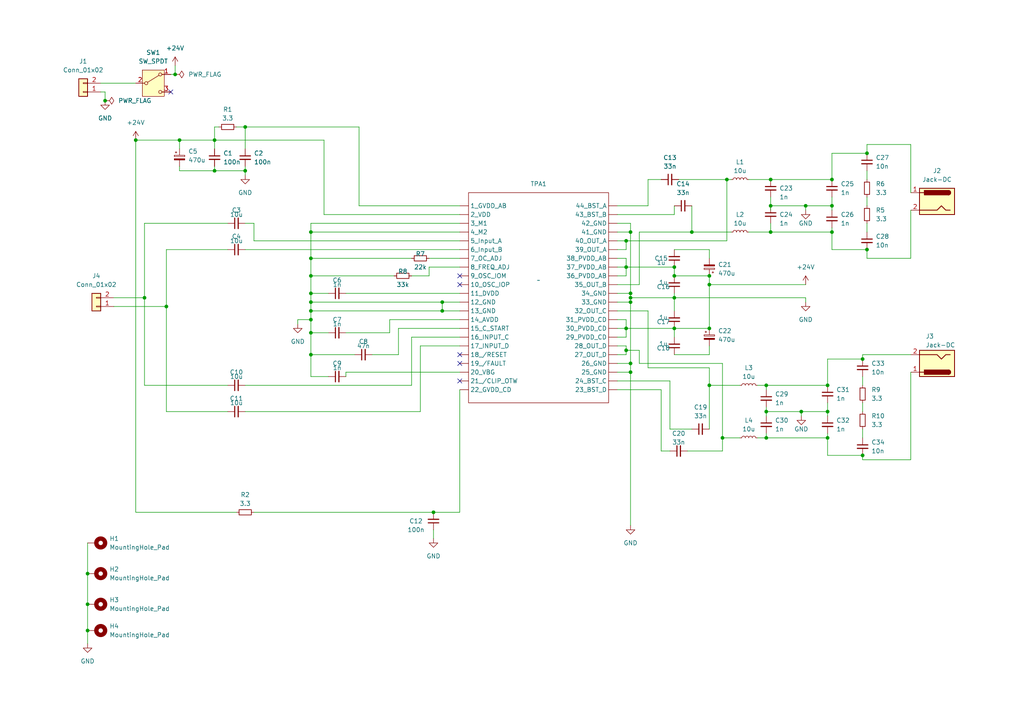
<source format=kicad_sch>
(kicad_sch (version 20250114) (generator "eeschema") (generator_version "9.0")
  (paper "A4")
  (title_block (title "Partie amplificateur") (company "ENSEA") (comment 1 "CAILLAUD Paul"))
  (lib_symbols
    (symbol "+24V_1" (power) (pin_numbers (hide yes)) (pin_names (offset 0) (hide yes))
      (property "Value" "+24V" (at 0 3.556 0))
      (symbol "+24V_1_0_1"
        (polyline (pts (xy -0.762 1.27) (xy 0 2.54)))
        (polyline (pts (xy 0 2.54) (xy 0.762 1.27)))
        (polyline (pts (xy 0 0) (xy 0 2.54)))
      )
      (symbol "+24V_1_1_1"
        (pin power_in line (at 0 0 90) (length 0) (name "~") (number "1"))
      )
    )
    (symbol "Connector:Jack-DC" (pin_names (offset 1.016))
      (property "Reference" "J" (at 0 5.334 0))
      (property "Value" "Jack-DC" (at 0 -5.08 0))
      (symbol "Jack-DC_0_1"
        (rectangle (start -5.08 3.81) (end 5.08 -3.81) (stroke (width 0.254)) (fill (type background)))
        (polyline (pts (xy -3.81 -2.54) (xy -2.54 -2.54) (xy -1.27 -1.27) (xy 0 -2.54) (xy 2.54 -2.54) (xy 5.08 -2.54)) (stroke (width 0.254)))
        (arc (start -3.302 1.905) (mid -3.9343 2.54) (end -3.302 3.175) (stroke (width 0.254)))
        (arc (start -3.302 1.905) (mid -3.9343 2.54) (end -3.302 3.175) (stroke (width 0.254)) (fill (type outline)))
        (rectangle (start 3.683 3.175) (end -3.302 1.905) (stroke (width 0.254)) (fill (type outline)))
        (polyline (pts (xy 5.08 2.54) (xy 3.81 2.54)) (stroke (width 0.254)))
      )
      (symbol "Jack-DC_1_1"
        (pin passive line (at 7.62 2.54 180) (length 2.54) (name "~") (number "1"))
        (pin passive line (at 7.62 -2.54 180) (length 2.54) (name "~") (number "2"))
      )
    )
    (symbol "Connector_Generic:Conn_01x02" (pin_names (offset 1.016) (hide yes))
      (property "Reference" "J" (at 0 2.54 0))
      (property "Value" "Conn_01x02" (at 0 -5.08 0))
      (symbol "Conn_01x02_1_1"
        (rectangle (start -1.27 1.27) (end 1.27 -3.81) (stroke (width 0.254)) (fill (type background)))
        (rectangle (start -1.27 0.127) (end 0 -0.127) (stroke (width 0.1524)))
        (rectangle (start -1.27 -2.413) (end 0 -2.667) (stroke (width 0.1524)))
        (pin passive line (at -5.08 0 0) (length 3.81) (name "Pin_1") (number "1"))
        (pin passive line (at -5.08 -2.54 0) (length 3.81) (name "Pin_2") (number "2"))
      )
    )
    (symbol "Device:C_Polarized_Small" (pin_numbers (hide yes)) (pin_names (offset 0.254) (hide yes))
      (property "Reference" "C" (at 0.254 1.778 0))
      (property "Value" "C_Polarized_Small" (at 0.254 -2.032 0))
      (symbol "C_Polarized_Small_0_1"
        (rectangle (start -1.524 0.6858) (end 1.524 0.3048))
        (rectangle (start -1.524 -0.3048) (end 1.524 -0.6858) (fill (type outline)))
        (polyline (pts (xy -1.27 1.524) (xy -0.762 1.524)))
        (polyline (pts (xy -1.016 1.27) (xy -1.016 1.778)))
      )
      (symbol "C_Polarized_Small_1_1"
        (pin passive line (at 0 2.54 270) (length 1.8542) (name "~") (number "1"))
        (pin passive line (at 0 -2.54 90) (length 1.8542) (name "~") (number "2"))
      )
    )
    (symbol "Device:C_Small" (pin_numbers (hide yes)) (pin_names (offset 0.254) (hide yes))
      (property "Reference" "C" (at 0.254 1.778 0))
      (property "Value" "C_Small" (at 0.254 -2.032 0))
      (symbol "C_Small_0_1"
        (polyline (pts (xy -1.524 0.508) (xy 1.524 0.508)) (stroke (width 0.3048)))
        (polyline (pts (xy -1.524 -0.508) (xy 1.524 -0.508)) (stroke (width 0.3302)))
      )
      (symbol "C_Small_1_1"
        (pin passive line (at 0 2.54 270) (length 2.032) (name "~") (number "1"))
        (pin passive line (at 0 -2.54 90) (length 2.032) (name "~") (number "2"))
      )
    )
    (symbol "Device:L_Small" (pin_numbers (hide yes)) (pin_names (offset 0.254) (hide yes))
      (property "Reference" "L" (at 0.762 1.016 0))
      (property "Value" "L_Small" (at 0.762 -1.016 0))
      (symbol "L_Small_0_1"
        (arc (start 0 2.032) (mid 0.5058 1.524) (end 0 1.016))
        (arc (start 0 1.016) (mid 0.5058 0.508) (end 0 0))
        (arc (start 0 0) (mid 0.5058 -0.508) (end 0 -1.016))
        (arc (start 0 -1.016) (mid 0.5058 -1.524) (end 0 -2.032))
      )
      (symbol "L_Small_1_1"
        (pin passive line (at 0 2.54 270) (length 0.508) (name "~") (number "1"))
        (pin passive line (at 0 -2.54 90) (length 0.508) (name "~") (number "2"))
      )
    )
    (symbol "Device:R_Small" (pin_numbers (hide yes)) (pin_names (offset 0.254) (hide yes))
      (property "Reference" "R" (at 0.762 0.508 0))
      (property "Value" "R_Small" (at 0.762 -1.016 0))
      (symbol "R_Small_0_1"
        (rectangle (start -0.762 1.778) (end 0.762 -1.778) (stroke (width 0.2032)))
      )
      (symbol "R_Small_1_1"
        (pin passive line (at 0 2.54 270) (length 0.762) (name "~") (number "1"))
        (pin passive line (at 0 -2.54 90) (length 0.762) (name "~") (number "2"))
      )
    )
    (symbol "Maker:TPA3255"
      (property "Reference" "TPA3255" (at 0 0 0))
      (symbol "TPA3255_0_1"
        (rectangle (start -20.32 25.4) (end 20.32 -35.56))
      )
      (symbol "TPA3255_1_1"
        (pin passive line (at -22.86 21.59 0) (length 2.54) (name "1_GVDD_AB") (number ""))
        (pin passive line (at -22.86 19.05 0) (length 2.54) (name "2_VDD") (number ""))
        (pin passive line (at -22.86 16.51 0) (length 2.54) (name "3_M1") (number ""))
        (pin passive line (at -22.86 13.97 0) (length 2.54) (name "4_M2") (number ""))
        (pin passive line (at -22.86 11.43 0) (length 2.54) (name "5_Input_A") (number ""))
        (pin passive line (at -22.86 8.89 0) (length 2.54) (name "6_Input_B") (number ""))
        (pin passive line (at -22.86 6.35 0) (length 2.54) (name "7_OC_ADJ") (number ""))
        (pin passive line (at -22.86 3.81 0) (length 2.54) (name "8_FREQ_ADJ") (number ""))
        (pin passive line (at -22.86 1.27 0) (length 2.54) (name "9_OSC_IOM") (number ""))
        (pin passive line (at -22.86 -1.27 0) (length 2.54) (name "10_OSC_IOP") (number ""))
        (pin passive line (at -22.86 -3.81 0) (length 2.54) (name "11_DVDD") (number ""))
        (pin passive line (at -22.86 -6.35 0) (length 2.54) (name "12_GND") (number ""))
        (pin passive line (at -22.86 -8.89 0) (length 2.54) (name "13_GND") (number ""))
        (pin passive line (at -22.86 -11.43 0) (length 2.54) (name "14_AVDD") (number ""))
        (pin passive line (at -22.86 -13.97 0) (length 2.54) (name "15_C_START") (number ""))
        (pin passive line (at -22.86 -16.51 0) (length 2.54) (name "16_INPUT_C") (number ""))
        (pin passive line (at -22.86 -19.05 0) (length 2.54) (name "17_INPUT_D") (number ""))
        (pin passive line (at -22.86 -21.59 0) (length 2.54) (name "18_/RESET") (number ""))
        (pin passive line (at -22.86 -24.13 0) (length 2.54) (name "19_/FAULT") (number ""))
        (pin passive line (at -22.86 -26.67 0) (length 2.54) (name "20_VBG") (number ""))
        (pin passive line (at -22.86 -29.21 0) (length 2.54) (name "21_/CLIP_OTW") (number ""))
        (pin passive line (at -22.86 -31.75 0) (length 2.54) (name "22_GVDD_CD") (number ""))
        (pin passive line (at 22.86 21.59 180) (length 2.54) (name "44_BST_A") (number ""))
        (pin passive line (at 22.86 19.05 180) (length 2.54) (name "43_BST_B") (number ""))
        (pin passive line (at 22.86 16.51 180) (length 2.54) (name "42_GND") (number ""))
        (pin passive line (at 22.86 13.97 180) (length 2.54) (name "41_GND") (number ""))
        (pin passive line (at 22.86 11.43 180) (length 2.54) (name "40_OUT_A") (number ""))
        (pin passive line (at 22.86 8.89 180) (length 2.54) (name "39_OUT_A") (number ""))
        (pin passive line (at 22.86 6.35 180) (length 2.54) (name "38_PVDD_AB") (number ""))
        (pin passive line (at 22.86 3.81 180) (length 2.54) (name "37_PVDD_AB") (number ""))
        (pin passive line (at 22.86 1.27 180) (length 2.54) (name "36_PVDD_AB") (number ""))
        (pin passive line (at 22.86 -1.27 180) (length 2.54) (name "35_OUT_B") (number ""))
        (pin passive line (at 22.86 -3.81 180) (length 2.54) (name "34_GND") (number ""))
        (pin passive line (at 22.86 -6.35 180) (length 2.54) (name "33_GND") (number ""))
        (pin passive line (at 22.86 -8.89 180) (length 2.54) (name "32_OUT_C") (number ""))
        (pin passive line (at 22.86 -11.43 180) (length 2.54) (name "31_PVDD_CD") (number ""))
        (pin passive line (at 22.86 -13.97 180) (length 2.54) (name "30_PVDD_CD") (number ""))
        (pin passive line (at 22.86 -16.51 180) (length 2.54) (name "29_PVDD_CD") (number ""))
        (pin passive line (at 22.86 -19.05 180) (length 2.54) (name "28_OUT_D") (number ""))
        (pin passive line (at 22.86 -21.59 180) (length 2.54) (name "27_OUT_D") (number ""))
        (pin passive line (at 22.86 -24.13 180) (length 2.54) (name "26_GND") (number ""))
        (pin passive line (at 22.86 -26.67 180) (length 2.54) (name "25_GND") (number ""))
        (pin passive line (at 22.86 -29.21 180) (length 2.54) (name "24_BST_C") (number ""))
        (pin passive line (at 22.86 -31.75 180) (length 2.54) (name "23_BST_D") (number ""))
      )
    )
    (symbol "Mechanical:MountingHole_Pad" (pin_numbers (hide yes)) (pin_names (offset 1.016) (hide yes))
      (property "Reference" "H" (at 0 6.35 0))
      (property "Value" "MountingHole_Pad" (at 0 4.445 0))
      (symbol "MountingHole_Pad_0_1"
        (circle (center 0 1.27) (radius 1.27) (stroke (width 1.27)))
      )
      (symbol "MountingHole_Pad_1_1"
        (pin input line (at 0 -2.54 90) (length 2.54) (name "1") (number "1"))
      )
    )
    (symbol "Switch:SW_SPDT" (pin_names (offset 0) (hide yes))
      (property "Reference" "SW" (at 0 5.08 0))
      (property "Value" "SW_SPDT" (at 0 -5.08 0))
      (symbol "SW_SPDT_0_1"
        (circle (center -2.032 0) (radius 0.4572))
        (polyline (pts (xy -1.651 0.254) (xy 1.651 2.286)))
        (circle (center 2.032 2.54) (radius 0.4572))
        (circle (center 2.032 -2.54) (radius 0.4572))
      )
      (symbol "SW_SPDT_1_1"
        (rectangle (start -3.175 3.81) (end 3.175 -3.81) (fill (type background)))
        (pin passive line (at -5.08 0 0) (length 2.54) (name "B") (number "2"))
        (pin passive line (at 5.08 2.54 180) (length 2.54) (name "A") (number "1"))
        (pin passive line (at 5.08 -2.54 180) (length 2.54) (name "C") (number "3"))
      )
    )
    (symbol "power:+24V" (power) (pin_names (offset 0))
      (property "Value" "+24V" (at 0 3.556 0))
      (symbol "+24V_0_1"
        (polyline (pts (xy -0.762 1.27) (xy 0 2.54)))
        (polyline (pts (xy 0 2.54) (xy 0.762 1.27)))
        (polyline (pts (xy 0 0) (xy 0 2.54)))
      )
      (symbol "+24V_1_1"
        (pin power_in line (at 0 0 90) (length 0) (hide yes) (name "+24V") (number "1"))
      )
    )
    (symbol "power:GND" (power) (pin_names (offset 0))
      (property "Value" "GND" (at 0 -3.81 0))
      (symbol "GND_0_1"
        (polyline (pts (xy 0 0) (xy 0 -1.27) (xy 1.27 -1.27) (xy 0 -2.54) (xy -1.27 -1.27) (xy 0 -1.27)))
      )
      (symbol "GND_1_1"
        (pin power_in line (at 0 0 270) (length 0) (hide yes) (name "GND") (number "1"))
      )
    )
    (symbol "power:PWR_FLAG" (power) (pin_numbers (hide yes)) (pin_names (offset 0) (hide yes))
      (property "Value" "PWR_FLAG" (at 0 3.81 0))
      (symbol "PWR_FLAG_0_0"
        (pin power_out line (at 0 0 90) (length 0) (name "pwr") (number "1"))
      )
      (symbol "PWR_FLAG_0_1"
        (polyline (pts (xy 0 0) (xy 0 1.27) (xy -1.016 1.905) (xy 0 2.54) (xy 1.016 1.905) (xy 0 1.27)))
      )
    )
  )
  (junction (at 90.17 85.09))
  (junction (at 182.88 105.41))
  (junction (at 233.68 59.69))
  (junction (at 71.12 36.83))
  (junction (at 182.88 85.09))
  (junction (at 181.61 101.6))
  (junction (at 205.74 82.55))
  (junction (at 39.37 40.64))
  (junction (at 62.23 49.53))
  (junction (at 125.73 148.59))
  (junction (at 205.74 111.76))
  (junction (at 182.88 86.36))
  (junction (at 251.46 44.45))
  (junction (at 90.17 102.87))
  (junction (at 232.41 119.38))
  (junction (at 25.4 182.88))
  (junction (at 241.3 59.69))
  (junction (at 25.4 175.26))
  (junction (at 195.58 77.47))
  (junction (at 50.8 21.59))
  (junction (at 182.88 67.31))
  (junction (at 128.27 87.63))
  (junction (at 195.58 80.01))
  (junction (at 240.03 127))
  (junction (at 128.27 90.17))
  (junction (at 205.74 95.25))
  (junction (at 181.61 77.47))
  (junction (at 182.88 87.63))
  (junction (at 41.91 86.36))
  (junction (at 210.82 52.07))
  (junction (at 223.52 67.31))
  (junction (at 181.61 69.85))
  (junction (at 90.17 80.01))
  (junction (at 250.19 104.14))
  (junction (at 250.19 132.08))
  (junction (at 90.17 90.17))
  (junction (at 222.25 127))
  (junction (at 30.48 29.21))
  (junction (at 90.17 92.71))
  (junction (at 240.03 119.38))
  (junction (at 223.52 52.07))
  (junction (at 90.17 96.52))
  (junction (at 222.25 111.76))
  (junction (at 25.4 166.37))
  (junction (at 182.88 107.95))
  (junction (at 195.58 95.25))
  (junction (at 209.55 127))
  (junction (at 241.3 67.31))
  (junction (at 222.25 119.38))
  (junction (at 181.61 95.25))
  (junction (at 195.58 86.36))
  (junction (at 205.74 80.01))
  (junction (at 241.3 52.07))
  (junction (at 90.17 74.93))
  (junction (at 48.26 88.9))
  (junction (at 90.17 67.31))
  (junction (at 62.23 40.64))
  (junction (at 52.07 40.64))
  (junction (at 200.66 67.31))
  (junction (at 90.17 87.63))
  (junction (at 71.12 49.53))
  (junction (at 240.03 111.76))
  (junction (at 223.52 59.69))
  (junction (at 251.46 72.39))
  (no_connect (at 133.35 80.01))
  (no_connect (at 133.35 82.55))
  (no_connect (at 133.35 105.41))
  (no_connect (at 49.53 26.67))
  (no_connect (at 133.35 102.87))
  (no_connect (at 133.35 110.49))
  (wire (pts (xy 179.07 105.41) (xy 182.88 105.41)))
  (wire (pts (xy 251.46 72.39) (xy 241.3 72.39)))
  (wire (pts (xy 209.55 127) (xy 214.63 127)))
  (wire (pts (xy 93.98 40.64) (xy 62.23 40.64)))
  (wire (pts (xy 194.31 124.46) (xy 200.66 124.46)))
  (wire (pts (xy 181.61 101.6) (xy 181.61 102.87)))
  (wire (pts (xy 251.46 49.53) (xy 251.46 52.07)))
  (wire (pts (xy 62.23 49.53) (xy 71.12 49.53)))
  (wire (pts (xy 179.07 110.49) (xy 194.31 110.49)))
  (wire (pts (xy 73.66 64.77) (xy 71.12 64.77)))
  (wire (pts (xy 185.42 82.55) (xy 185.42 67.31)))
  (wire (pts (xy 233.68 59.69) (xy 241.3 59.69)))
  (wire (pts (xy 179.07 113.03) (xy 191.77 113.03)))
  (wire (pts (xy 264.16 41.91) (xy 251.46 41.91)))
  (wire (pts (xy 179.07 80.01) (xy 181.61 80.01)))
  (wire (pts (xy 240.03 119.38) (xy 240.03 120.65)))
  (wire (pts (xy 223.52 57.15) (xy 223.52 59.69)))
  (wire (pts (xy 195.58 80.01) (xy 205.74 80.01)))
  (wire (pts (xy 90.17 90.17) (xy 90.17 92.71)))
  (wire (pts (xy 223.52 64.77) (xy 223.52 67.31)))
  (wire (pts (xy 179.07 69.85) (xy 181.61 69.85)))
  (wire (pts (xy 195.58 86.36) (xy 233.68 86.36)))
  (wire (pts (xy 241.3 57.15) (xy 241.3 59.69)))
  (wire (pts (xy 241.3 66.04) (xy 241.3 67.31)))
  (wire (pts (xy 179.07 92.71) (xy 181.61 92.71)))
  (wire (pts (xy 217.17 67.31) (xy 223.52 67.31)))
  (wire (pts (xy 71.12 48.26) (xy 71.12 49.53)))
  (wire (pts (xy 90.17 67.31) (xy 90.17 74.93)))
  (wire (pts (xy 205.74 106.68) (xy 187.96 106.68)))
  (wire (pts (xy 240.03 104.14) (xy 240.03 111.76)))
  (wire (pts (xy 222.25 118.11) (xy 222.25 119.38)))
  (wire (pts (xy 62.23 36.83) (xy 63.5 36.83)))
  (wire (pts (xy 179.07 72.39) (xy 181.61 72.39)))
  (wire (pts (xy 95.25 85.09) (xy 90.17 85.09)))
  (wire (pts (xy 30.48 26.67) (xy 30.48 29.21)))
  (wire (pts (xy 181.61 95.25) (xy 181.61 97.79)))
  (wire (pts (xy 133.35 62.23) (xy 93.98 62.23)))
  (wire (pts (xy 187.96 59.69) (xy 187.96 52.07)))
  (wire (pts (xy 179.07 59.69) (xy 187.96 59.69)))
  (wire (pts (xy 185.42 105.41) (xy 185.42 101.6)))
  (wire (pts (xy 182.88 86.36) (xy 182.88 87.63)))
  (wire (pts (xy 195.58 102.87) (xy 205.74 102.87)))
  (wire (pts (xy 195.58 95.25) (xy 195.58 97.79)))
  (wire (pts (xy 205.74 72.39) (xy 195.58 72.39)))
  (wire (pts (xy 90.17 64.77) (xy 133.35 64.77)))
  (wire (pts (xy 128.27 90.17) (xy 133.35 90.17)))
  (wire (pts (xy 179.07 87.63) (xy 182.88 87.63)))
  (wire (pts (xy 29.21 26.67) (xy 30.48 26.67)))
  (wire (pts (xy 209.55 130.81) (xy 209.55 127)))
  (wire (pts (xy 181.61 97.79) (xy 179.07 97.79)))
  (wire (pts (xy 90.17 96.52) (xy 95.25 96.52)))
  (wire (pts (xy 29.21 24.13) (xy 39.37 24.13)))
  (wire (pts (xy 179.07 74.93) (xy 181.61 74.93)))
  (wire (pts (xy 251.46 57.15) (xy 251.46 59.69)))
  (wire (pts (xy 66.04 72.39) (xy 48.26 72.39)))
  (wire (pts (xy 128.27 87.63) (xy 133.35 87.63)))
  (wire (pts (xy 205.74 80.01) (xy 205.74 82.55)))
  (wire (pts (xy 241.3 67.31) (xy 223.52 67.31)))
  (wire (pts (xy 121.92 100.33) (xy 121.92 119.38)))
  (wire (pts (xy 124.46 80.01) (xy 119.38 80.01)))
  (wire (pts (xy 200.66 67.31) (xy 212.09 67.31)))
  (wire (pts (xy 125.73 153.67) (xy 125.73 156.21)))
  (wire (pts (xy 241.3 72.39) (xy 241.3 67.31)))
  (wire (pts (xy 48.26 88.9) (xy 33.02 88.9)))
  (wire (pts (xy 181.61 77.47) (xy 179.07 77.47)))
  (wire (pts (xy 250.19 102.87) (xy 250.19 104.14)))
  (wire (pts (xy 209.55 105.41) (xy 209.55 127)))
  (wire (pts (xy 185.42 67.31) (xy 200.66 67.31)))
  (wire (pts (xy 194.31 110.49) (xy 194.31 124.46)))
  (wire (pts (xy 200.66 59.69) (xy 200.66 67.31)))
  (wire (pts (xy 48.26 119.38) (xy 48.26 88.9)))
  (wire (pts (xy 182.88 67.31) (xy 182.88 85.09)))
  (wire (pts (xy 133.35 97.79) (xy 119.38 97.79)))
  (wire (pts (xy 241.3 52.07) (xy 223.52 52.07)))
  (wire (pts (xy 90.17 87.63) (xy 90.17 90.17)))
  (wire (pts (xy 250.19 104.14) (xy 240.03 104.14)))
  (wire (pts (xy 71.12 36.83) (xy 68.58 36.83)))
  (wire (pts (xy 240.03 116.84) (xy 240.03 119.38)))
  (wire (pts (xy 182.88 105.41) (xy 182.88 107.95)))
  (wire (pts (xy 195.58 86.36) (xy 195.58 90.17)))
  (wire (pts (xy 179.07 67.31) (xy 182.88 67.31)))
  (wire (pts (xy 195.58 85.09) (xy 195.58 86.36)))
  (wire (pts (xy 113.03 96.52) (xy 113.03 92.71)))
  (wire (pts (xy 182.88 107.95) (xy 179.07 107.95)))
  (wire (pts (xy 181.61 95.25) (xy 195.58 95.25)))
  (wire (pts (xy 90.17 80.01) (xy 114.3 80.01)))
  (wire (pts (xy 233.68 59.69) (xy 223.52 59.69)))
  (wire (pts (xy 73.66 69.85) (xy 73.66 64.77)))
  (wire (pts (xy 52.07 40.64) (xy 62.23 40.64)))
  (wire (pts (xy 181.61 77.47) (xy 195.58 77.47)))
  (wire (pts (xy 93.98 62.23) (xy 93.98 40.64)))
  (wire (pts (xy 217.17 52.07) (xy 223.52 52.07)))
  (wire (pts (xy 133.35 59.69) (xy 104.14 59.69)))
  (wire (pts (xy 233.68 86.36) (xy 233.68 87.63)))
  (wire (pts (xy 86.36 92.71) (xy 90.17 92.71)))
  (wire (pts (xy 250.19 116.84) (xy 250.19 119.38)))
  (wire (pts (xy 251.46 74.93) (xy 251.46 72.39)))
  (wire (pts (xy 223.52 60.96) (xy 223.52 59.69)))
  (wire (pts (xy 179.07 85.09) (xy 182.88 85.09)))
  (wire (pts (xy 240.03 125.73) (xy 240.03 127)))
  (wire (pts (xy 205.74 124.46) (xy 205.74 111.76)))
  (wire (pts (xy 133.35 72.39) (xy 71.12 72.39)))
  (wire (pts (xy 133.35 77.47) (xy 124.46 77.47)))
  (wire (pts (xy 219.71 111.76) (xy 222.25 111.76)))
  (wire (pts (xy 264.16 102.87) (xy 250.19 102.87)))
  (wire (pts (xy 187.96 52.07) (xy 191.77 52.07)))
  (wire (pts (xy 250.19 109.22) (xy 250.19 111.76)))
  (wire (pts (xy 182.88 85.09) (xy 182.88 86.36)))
  (wire (pts (xy 71.12 43.18) (xy 71.12 36.83)))
  (wire (pts (xy 264.16 60.96) (xy 264.16 74.93)))
  (wire (pts (xy 48.26 72.39) (xy 48.26 88.9)))
  (wire (pts (xy 52.07 48.26) (xy 52.07 49.53)))
  (wire (pts (xy 205.74 82.55) (xy 233.68 82.55)))
  (wire (pts (xy 133.35 85.09) (xy 100.33 85.09)))
  (wire (pts (xy 90.17 102.87) (xy 102.87 102.87)))
  (wire (pts (xy 90.17 64.77) (xy 90.17 67.31)))
  (wire (pts (xy 240.03 111.76) (xy 222.25 111.76)))
  (wire (pts (xy 182.88 87.63) (xy 182.88 105.41)))
  (wire (pts (xy 181.61 74.93) (xy 181.61 77.47)))
  (wire (pts (xy 232.41 119.38) (xy 222.25 119.38)))
  (wire (pts (xy 100.33 96.52) (xy 113.03 96.52)))
  (wire (pts (xy 52.07 49.53) (xy 62.23 49.53)))
  (wire (pts (xy 191.77 113.03) (xy 191.77 130.81)))
  (wire (pts (xy 128.27 87.63) (xy 128.27 90.17)))
  (wire (pts (xy 66.04 111.76) (xy 41.91 111.76)))
  (wire (pts (xy 62.23 40.64) (xy 62.23 36.83)))
  (wire (pts (xy 240.03 132.08) (xy 240.03 127)))
  (wire (pts (xy 181.61 92.71) (xy 181.61 95.25)))
  (wire (pts (xy 25.4 182.88) (xy 25.4 186.69)))
  (wire (pts (xy 241.3 44.45) (xy 241.3 52.07)))
  (wire (pts (xy 119.38 74.93) (xy 90.17 74.93)))
  (wire (pts (xy 119.38 97.79) (xy 119.38 111.76)))
  (wire (pts (xy 179.07 62.23) (xy 195.58 62.23)))
  (wire (pts (xy 68.58 148.59) (xy 39.37 148.59)))
  (wire (pts (xy 179.07 100.33) (xy 181.61 100.33)))
  (wire (pts (xy 124.46 77.47) (xy 124.46 80.01)))
  (wire (pts (xy 181.61 72.39) (xy 181.61 69.85)))
  (wire (pts (xy 95.25 109.22) (xy 90.17 109.22)))
  (wire (pts (xy 90.17 74.93) (xy 90.17 80.01)))
  (wire (pts (xy 66.04 119.38) (xy 48.26 119.38)))
  (wire (pts (xy 187.96 90.17) (xy 179.07 90.17)))
  (wire (pts (xy 191.77 130.81) (xy 194.31 130.81)))
  (wire (pts (xy 219.71 127) (xy 222.25 127)))
  (wire (pts (xy 25.4 157.48) (xy 25.4 166.37)))
  (wire (pts (xy 104.14 59.69) (xy 104.14 36.83)))
  (wire (pts (xy 100.33 107.95) (xy 100.33 109.22)))
  (wire (pts (xy 133.35 69.85) (xy 73.66 69.85)))
  (wire (pts (xy 39.37 148.59) (xy 39.37 40.64)))
  (wire (pts (xy 195.58 62.23) (xy 195.58 59.69)))
  (wire (pts (xy 181.61 80.01) (xy 181.61 77.47)))
  (wire (pts (xy 199.39 130.81) (xy 209.55 130.81)))
  (wire (pts (xy 251.46 44.45) (xy 241.3 44.45)))
  (wire (pts (xy 182.88 64.77) (xy 182.88 67.31)))
  (wire (pts (xy 182.88 86.36) (xy 195.58 86.36)))
  (wire (pts (xy 62.23 43.18) (xy 62.23 40.64)))
  (wire (pts (xy 125.73 148.59) (xy 73.66 148.59)))
  (wire (pts (xy 39.37 40.64) (xy 52.07 40.64)))
  (wire (pts (xy 210.82 69.85) (xy 210.82 52.07)))
  (wire (pts (xy 90.17 87.63) (xy 128.27 87.63)))
  (wire (pts (xy 241.3 59.69) (xy 241.3 60.96)))
  (wire (pts (xy 233.68 60.96) (xy 233.68 59.69)))
  (wire (pts (xy 133.35 113.03) (xy 133.35 148.59)))
  (wire (pts (xy 222.25 119.38) (xy 222.25 120.65)))
  (wire (pts (xy 222.25 111.76) (xy 222.25 113.03)))
  (wire (pts (xy 90.17 90.17) (xy 128.27 90.17)))
  (wire (pts (xy 264.16 107.95) (xy 264.16 133.35)))
  (wire (pts (xy 209.55 105.41) (xy 185.42 105.41)))
  (wire (pts (xy 121.92 119.38) (xy 71.12 119.38)))
  (wire (pts (xy 133.35 107.95) (xy 100.33 107.95)))
  (wire (pts (xy 264.16 133.35) (xy 250.19 133.35)))
  (wire (pts (xy 25.4 175.26) (xy 25.4 182.88)))
  (wire (pts (xy 182.88 152.4) (xy 182.88 107.95)))
  (wire (pts (xy 181.61 69.85) (xy 210.82 69.85)))
  (wire (pts (xy 232.41 120.65) (xy 232.41 119.38)))
  (wire (pts (xy 119.38 111.76) (xy 71.12 111.76)))
  (wire (pts (xy 41.91 64.77) (xy 41.91 86.36)))
  (wire (pts (xy 264.16 55.88) (xy 264.16 41.91)))
  (wire (pts (xy 115.57 95.25) (xy 115.57 102.87)))
  (wire (pts (xy 222.25 125.73) (xy 222.25 127)))
  (wire (pts (xy 90.17 80.01) (xy 90.17 85.09)))
  (wire (pts (xy 264.16 74.93) (xy 251.46 74.93)))
  (wire (pts (xy 133.35 100.33) (xy 121.92 100.33)))
  (wire (pts (xy 133.35 95.25) (xy 115.57 95.25)))
  (wire (pts (xy 50.8 21.59) (xy 50.8 19.05)))
  (wire (pts (xy 90.17 85.09) (xy 90.17 87.63)))
  (wire (pts (xy 90.17 102.87) (xy 90.17 96.52)))
  (wire (pts (xy 210.82 52.07) (xy 196.85 52.07)))
  (wire (pts (xy 250.19 133.35) (xy 250.19 132.08)))
  (wire (pts (xy 90.17 92.71) (xy 90.17 96.52)))
  (wire (pts (xy 181.61 102.87) (xy 179.07 102.87)))
  (wire (pts (xy 90.17 109.22) (xy 90.17 102.87)))
  (wire (pts (xy 205.74 102.87) (xy 205.74 100.33)))
  (wire (pts (xy 232.41 119.38) (xy 240.03 119.38)))
  (wire (pts (xy 250.19 124.46) (xy 250.19 127)))
  (wire (pts (xy 205.74 82.55) (xy 205.74 95.25)))
  (wire (pts (xy 52.07 43.18) (xy 52.07 40.64)))
  (wire (pts (xy 179.07 82.55) (xy 185.42 82.55)))
  (wire (pts (xy 185.42 101.6) (xy 181.61 101.6)))
  (wire (pts (xy 205.74 111.76) (xy 205.74 106.68)))
  (wire (pts (xy 240.03 127) (xy 222.25 127)))
  (wire (pts (xy 250.19 132.08) (xy 240.03 132.08)))
  (wire (pts (xy 195.58 77.47) (xy 195.58 80.01)))
  (wire (pts (xy 71.12 49.53) (xy 71.12 50.8)))
  (wire (pts (xy 212.09 52.07) (xy 210.82 52.07)))
  (wire (pts (xy 179.07 64.77) (xy 182.88 64.77)))
  (wire (pts (xy 25.4 166.37) (xy 25.4 175.26)))
  (wire (pts (xy 205.74 111.76) (xy 214.63 111.76)))
  (wire (pts (xy 104.14 36.83) (xy 71.12 36.83)))
  (wire (pts (xy 90.17 67.31) (xy 133.35 67.31)))
  (wire (pts (xy 41.91 86.36) (xy 33.02 86.36)))
  (wire (pts (xy 62.23 48.26) (xy 62.23 49.53)))
  (wire (pts (xy 195.58 95.25) (xy 205.74 95.25)))
  (wire (pts (xy 49.53 21.59) (xy 50.8 21.59)))
  (wire (pts (xy 86.36 93.98) (xy 86.36 92.71)))
  (wire (pts (xy 181.61 100.33) (xy 181.61 101.6)))
  (wire (pts (xy 179.07 95.25) (xy 181.61 95.25)))
  (wire (pts (xy 251.46 64.77) (xy 251.46 67.31)))
  (wire (pts (xy 187.96 106.68) (xy 187.96 90.17)))
  (wire (pts (xy 124.46 74.93) (xy 133.35 74.93)))
  (wire (pts (xy 115.57 102.87) (xy 107.95 102.87)))
  (wire (pts (xy 41.91 111.76) (xy 41.91 86.36)))
  (wire (pts (xy 205.74 74.93) (xy 205.74 72.39)))
  (wire (pts (xy 66.04 64.77) (xy 41.91 64.77)))
  (wire (pts (xy 133.35 148.59) (xy 125.73 148.59)))
  (wire (pts (xy 251.46 41.91) (xy 251.46 44.45)))
  (wire (pts (xy 133.35 92.71) (xy 113.03 92.71)))
  (symbol (lib_id "power:GND") (at 125.73 156.21 0) (unit 1)
    (property "Reference" "#PWR04" (effects (hide yes)))
    (property "Value" "GND" (at 125.73 161.29 0))
  )
  (symbol (lib_id "Device:C_Small") (at 223.52 54.61 0) (unit 1)
    (property "Reference" "C23" (at 226.06 54.6163 0) (effects (justify left)))
    (property "Value" "1n" (at 226.06 57.1563 0) (effects (justify left)))
    (property "Footprint" "Capacitor_SMD:C_0603_1608Metric" (effects (hide yes)))
  )
  (symbol (lib_id "Device:C_Small") (at 71.12 45.72 0) (unit 1)
    (property "Reference" "C2" (at 73.66 44.4563 0) (effects (justify left)))
    (property "Value" "100n" (at 73.66 46.9963 0) (effects (justify left)))
    (property "Footprint" "Capacitor_SMD:C_0603_1608Metric" (effects (hide yes)))
  )
  (symbol (lib_id "Device:C_Small") (at 250.19 129.54 0) (unit 1)
    (property "Reference" "C34" (at 252.73 128.2763 0) (effects (justify left)))
    (property "Value" "10n" (at 252.73 130.8163 0) (effects (justify left)))
    (property "Footprint" "Capacitor_SMD:C_0603_1608Metric" (effects (hide yes)))
  )
  (symbol (lib_id "power:GND") (at 86.36 93.98 0) (unit 1)
    (property "Reference" "#PWR03" (effects (hide yes)))
    (property "Value" "GND" (at 86.36 99.06 0))
  )
  (symbol (lib_id "Device:L_Small") (at 214.63 52.07 90) (unit 1)
    (property "Reference" "L1" (at 214.63 46.99 90))
    (property "Value" "10u" (at 214.63 49.53 90))
    (property "Footprint" "Inductor_SMD:L_1206_3216Metric" (effects (hide yes)))
  )
  (symbol (lib_id "Connector_Generic:Conn_01x02") (at 24.13 26.67 180) (unit 1)
    (property "Reference" "J1" (at 24.13 17.78 0))
    (property "Value" "Conn_01x02" (at 24.13 20.32 0))
    (property "Footprint" "Connector_AMASS:AMASS_XT60-M_1x02_P7.20mm_Vertical" (effects (hide yes)))
  )
  (symbol (lib_id "Device:C_Small") (at 195.58 100.33 180) (unit 1)
    (property "Reference" "C18" (at 192.405 100.965 0))
    (property "Value" "1u" (at 192.405 99.695 0))
    (property "Footprint" "Capacitor_SMD:C_0603_1608Metric" (effects (hide yes)))
  )
  (symbol (lib_id "power:GND") (at 232.41 120.65 0) (unit 1)
    (property "Reference" "#PWR08" (effects (hide yes)))
    (property "Value" "GND" (at 232.41 124.46 0))
  )
  (symbol (lib_name "+24V_1") (lib_id "power:+24V") (at 233.68 82.55 0) (unit 1)
    (property "Reference" "#PWR011" (effects (hide yes)))
    (property "Value" "+24V" (at 233.68 77.47 0))
    (property "Description" "Power symbol creates a global label with name \"+24V\"" (effects (hide yes)))
  )
  (symbol (lib_id "Device:C_Small") (at 241.3 54.61 0) (unit 1)
    (property "Reference" "C25" (at 243.84 53.3463 0) (effects (justify left)))
    (property "Value" "1n" (at 243.84 55.8863 0) (effects (justify left)))
    (property "Footprint" "Capacitor_SMD:C_0603_1608Metric" (effects (hide yes)))
  )
  (symbol (lib_id "Device:C_Small") (at 203.2 124.46 90) (unit 1)
    (property "Reference" "C19" (at 203.2063 118.11 90))
    (property "Value" "33n" (at 203.2063 120.65 90))
    (property "Footprint" "Capacitor_SMD:C_0603_1608Metric" (effects (hide yes)))
  )
  (symbol (lib_id "Device:C_Small") (at 195.58 74.93 180) (unit 1)
    (property "Reference" "C15" (at 191.77 74.93 0))
    (property "Value" "1u" (at 191.77 76.2 0))
    (property "Footprint" "Capacitor_SMD:C_0603_1608Metric" (effects (hide yes)))
  )
  (symbol (lib_id "Device:C_Small") (at 196.85 130.81 90) (unit 1)
    (property "Reference" "C20" (at 196.85 125.73 90))
    (property "Value" "33n" (at 196.85 128.27 90))
    (property "Footprint" "Capacitor_SMD:C_0603_1608Metric" (effects (hide yes)))
  )
  (symbol (lib_id "power:GND") (at 182.88 152.4 0) (unit 1)
    (property "Reference" "#PWR05" (effects (hide yes)))
    (property "Value" "GND" (at 182.88 157.48 0))
  )
  (symbol (lib_id "Device:C_Small") (at 68.58 111.76 90) (unit 1)
    (property "Reference" "C10" (at 68.58 107.95 90))
    (property "Value" "10u" (at 68.58 109.22 90))
    (property "Footprint" "Capacitor_SMD:C_0603_1608Metric" (effects (hide yes)))
  )
  (symbol (lib_id "Device:R_Small") (at 71.12 148.59 90) (unit 1)
    (property "Reference" "R2" (at 71.12 143.51 90))
    (property "Value" "3.3" (at 71.12 146.05 90))
    (property "Footprint" "Resistor_SMD:R_0603_1608Metric" (effects (hide yes)))
  )
  (symbol (lib_id "power:PWR_FLAG") (at 50.8 21.59 270) (unit 1)
    (property "Reference" "#FLG02" (effects (hide yes)))
    (property "Value" "PWR_FLAG" (at 54.61 21.59 90) (effects (justify left)))
  )
  (symbol (lib_id "Mechanical:MountingHole_Pad") (at 27.94 166.37 270) (unit 1)
    (property "Reference" "H2" (at 31.75 165.1 90) (effects (justify left)))
    (property "Value" "MountingHole_Pad" (at 31.75 167.64 90) (effects (justify left)))
    (property "Footprint" "MountingHole:MountingHole_3.2mm_M3_Pad_Via" (effects (hide yes)))
  )
  (symbol (lib_id "power:+24V") (at 39.37 40.64 0) (unit 1)
    (property "Reference" "#PWR010" (effects (hide yes)))
    (property "Value" "+24V" (at 39.37 35.56 0))
  )
  (symbol (lib_id "Device:R_Small") (at 121.92 74.93 90) (unit 1)
    (property "Reference" "R7" (at 121.92 73.66 90))
    (property "Value" "22k" (at 121.92 77.47 90))
    (property "Footprint" "Resistor_SMD:R_0805_2012Metric" (effects (hide yes)))
  )
  (symbol (lib_id "Device:C_Small") (at 223.52 62.23 0) (unit 1)
    (property "Reference" "C24" (at 226.06 62.2363 0) (effects (justify left)))
    (property "Value" "1n" (at 226.06 64.7763 0) (effects (justify left)))
    (property "Footprint" "Capacitor_SMD:C_0603_1608Metric" (effects (hide yes)))
  )
  (symbol (lib_id "Connector:Jack-DC") (at 271.78 58.42 0) (mirror y) (unit 1)
    (property "Reference" "J2" (at 271.78 49.53 0))
    (property "Value" "Jack-DC" (at 271.78 52.07 0))
    (property "Footprint" "Library:CONN_NRJ4HF-1_NTK" (effects (hide yes)))
    (property "Description" "DC Barrel Jack" (effects (hide yes)))
  )
  (symbol (lib_id "Device:R_Small") (at 250.19 114.3 0) (unit 1)
    (property "Reference" "R9" (at 252.73 113.03 0) (effects (justify left)))
    (property "Value" "3.3" (at 252.73 115.57 0) (effects (justify left)))
    (property "Footprint" "Resistor_SMD:R_0603_1608Metric" (effects (hide yes)))
  )
  (symbol (lib_id "Device:C_Small") (at 195.58 92.71 180) (unit 1)
    (property "Reference" "C17" (at 192.405 93.345 0))
    (property "Value" "1u" (at 192.405 92.075 0))
    (property "Footprint" "Capacitor_SMD:C_0603_1608Metric" (effects (hide yes)))
  )
  (symbol (lib_id "Device:C_Small") (at 125.73 151.13 180) (unit 1)
    (property "Reference" "C12" (at 120.65 151.13 0))
    (property "Value" "100n" (at 120.65 153.67 0))
    (property "Footprint" "Capacitor_SMD:C_0603_1608Metric" (effects (hide yes)))
  )
  (symbol (lib_id "Device:C_Small") (at 195.58 82.55 180) (unit 1)
    (property "Reference" "C16" (at 192.405 83.185 0))
    (property "Value" "1u" (at 192.405 81.915 0))
    (property "Footprint" "Capacitor_SMD:C_0603_1608Metric" (effects (hide yes)))
  )
  (symbol (lib_id "Device:C_Small") (at 241.3 63.5 0) (unit 1)
    (property "Reference" "C26" (at 243.84 62.2363 0) (effects (justify left)))
    (property "Value" "1n" (at 243.84 64.7763 0) (effects (justify left)))
    (property "Footprint" "Capacitor_SMD:C_0603_1608Metric" (effects (hide yes)))
  )
  (symbol (lib_id "Device:C_Polarized_Small") (at 52.07 45.72 0) (unit 1)
    (property "Reference" "C5" (at 54.61 43.9039 0) (effects (justify left)))
    (property "Value" "470u" (at 54.61 46.4439 0) (effects (justify left)))
    (property "Footprint" "Capacitor_SMD:C_0805_2012Metric" (effects (hide yes)))
  )
  (symbol (lib_id "Device:C_Small") (at 222.25 123.19 0) (unit 1)
    (property "Reference" "C30" (at 224.79 121.9263 0) (effects (justify left)))
    (property "Value" "1n" (at 224.79 124.4663 0) (effects (justify left)))
    (property "Footprint" "Capacitor_SMD:C_0603_1608Metric" (effects (hide yes)))
  )
  (symbol (lib_id "Device:R_Small") (at 250.19 121.92 0) (unit 1)
    (property "Reference" "R10" (at 252.73 120.65 0) (effects (justify left)))
    (property "Value" "3.3" (at 252.73 123.19 0) (effects (justify left)))
    (property "Footprint" "Resistor_SMD:R_0603_1608Metric" (effects (hide yes)))
  )
  (symbol (lib_id "Device:C_Small") (at 240.03 123.19 0) (unit 1)
    (property "Reference" "C32" (at 242.57 121.9263 0) (effects (justify left)))
    (property "Value" "1n" (at 242.57 124.4663 0) (effects (justify left)))
    (property "Footprint" "Capacitor_SMD:C_0603_1608Metric" (effects (hide yes)))
  )
  (symbol (lib_id "Device:C_Small") (at 68.58 64.77 90) (unit 1)
    (property "Reference" "C3" (at 68.58 60.96 90))
    (property "Value" "10u" (at 68.58 62.23 90))
    (property "Footprint" "Capacitor_SMD:C_0603_1608Metric" (effects (hide yes)))
  )
  (symbol (lib_id "Device:R_Small") (at 251.46 62.23 0) (unit 1)
    (property "Reference" "R5" (at 254 60.96 0) (effects (justify left)))
    (property "Value" "3.3" (at 254 63.5 0) (effects (justify left)))
    (property "Footprint" "Resistor_SMD:R_0603_1608Metric" (effects (hide yes)))
  )
  (symbol (lib_id "Device:C_Small") (at 97.79 85.09 90) (unit 1)
    (property "Reference" "C6" (at 97.79 81.28 90))
    (property "Value" "1n" (at 97.79 82.55 90))
    (property "Footprint" "Capacitor_SMD:C_0603_1608Metric" (effects (hide yes)))
  )
  (symbol (lib_id "Device:C_Polarized_Small") (at 205.74 97.79 0) (unit 1)
    (property "Reference" "C22" (at 208.28 95.9739 0) (effects (justify left)))
    (property "Value" "470u" (at 208.28 98.5139 0) (effects (justify left)))
    (property "Footprint" "Capacitor_SMD:C_0805_2012Metric" (effects (hide yes)))
  )
  (symbol (lib_id "Device:C_Small") (at 97.79 109.22 90) (unit 1)
    (property "Reference" "C9" (at 97.79 105.41 90))
    (property "Value" "1n" (at 97.79 106.68 90))
    (property "Footprint" "Capacitor_SMD:C_0603_1608Metric" (effects (hide yes)))
  )
  (symbol (lib_id "power:GND") (at 233.68 87.63 0) (unit 1)
    (property "Reference" "#PWR06" (effects (hide yes)))
    (property "Value" "GND" (at 233.68 92.71 0))
  )
  (symbol (lib_id "Device:C_Small") (at 62.23 45.72 0) (unit 1)
    (property "Reference" "C1" (at 64.77 44.4563 0) (effects (justify left)))
    (property "Value" "100n" (at 64.77 46.9963 0) (effects (justify left)))
    (property "Footprint" "Capacitor_SMD:C_0603_1608Metric" (effects (hide yes)))
  )
  (symbol (lib_id "Maker:TPA3255") (at 156.21 81.28 0) (unit 1)
    (property "Reference" "TPA1" (at 156.21 53.34 0))
    (property "Value" "~" (at 156.21 81.28 0))
    (property "Footprint" "Library:DDV0044D_N" (effects (hide yes)))
  )
  (symbol (lib_id "Device:R_Small") (at 66.04 36.83 90) (unit 1)
    (property "Reference" "R1" (at 66.04 31.75 90))
    (property "Value" "3.3" (at 66.04 34.29 90))
    (property "Footprint" "Resistor_SMD:R_0603_1608Metric" (effects (hide yes)))
  )
  (symbol (lib_id "power:GND") (at 25.4 186.69 0) (unit 1)
    (property "Reference" "#PWR012" (effects (hide yes)))
    (property "Value" "GND" (at 25.4 191.77 0))
    (property "Description" "Power symbol creates a global label with name \"GND\" , ground" (effects (hide yes)))
  )
  (symbol (lib_id "power:PWR_FLAG") (at 30.48 29.21 270) (unit 1)
    (property "Reference" "#FLG01" (effects (hide yes)))
    (property "Value" "PWR_FLAG" (at 34.29 29.21 90) (effects (justify left)))
  )
  (symbol (lib_id "Device:C_Small") (at 250.19 106.68 0) (unit 1)
    (property "Reference" "C33" (at 252.73 105.4163 0) (effects (justify left)))
    (property "Value" "10n" (at 252.73 107.9563 0) (effects (justify left)))
    (property "Footprint" "Capacitor_SMD:C_0603_1608Metric" (effects (hide yes)))
  )
  (symbol (lib_id "Device:C_Small") (at 198.12 59.69 90) (unit 1)
    (property "Reference" "C14" (at 198.1263 53.34 90))
    (property "Value" "33n" (at 198.1263 55.88 90))
    (property "Footprint" "Capacitor_SMD:C_0603_1608Metric" (effects (hide yes)))
  )
  (symbol (lib_id "Mechanical:MountingHole_Pad") (at 27.94 157.48 270) (unit 1)
    (property "Reference" "H1" (at 31.75 156.21 90) (effects (justify left)))
    (property "Value" "MountingHole_Pad" (at 31.75 158.75 90) (effects (justify left)))
    (property "Footprint" "MountingHole:MountingHole_3.2mm_M3_Pad_Via" (effects (hide yes)))
  )
  (symbol (lib_id "power:GND") (at 71.12 50.8 0) (unit 1)
    (property "Reference" "#PWR01" (effects (hide yes)))
    (property "Value" "GND" (at 71.12 55.88 0))
  )
  (symbol (lib_id "Device:C_Small") (at 97.79 96.52 90) (unit 1)
    (property "Reference" "C7" (at 97.79 92.71 90))
    (property "Value" "1n" (at 97.79 93.98 90))
    (property "Footprint" "Capacitor_SMD:C_0603_1608Metric" (effects (hide yes)))
  )
  (symbol (lib_id "Device:C_Small") (at 222.25 115.57 0) (unit 1)
    (property "Reference" "C29" (at 224.79 114.3063 0) (effects (justify left)))
    (property "Value" "1n" (at 224.79 116.8463 0) (effects (justify left)))
    (property "Footprint" "Capacitor_SMD:C_0603_1608Metric" (effects (hide yes)))
  )
  (symbol (lib_id "Mechanical:MountingHole_Pad") (at 27.94 175.26 270) (unit 1)
    (property "Reference" "H3" (at 31.75 173.99 90) (effects (justify left)))
    (property "Value" "MountingHole_Pad" (at 31.75 176.53 90) (effects (justify left)))
    (property "Footprint" "MountingHole:MountingHole_3.2mm_M3_Pad_Via" (effects (hide yes)))
  )
  (symbol (lib_id "Connector:Jack-DC") (at 271.78 105.41 180) (unit 1)
    (property "Reference" "J3" (at 268.478 97.536 0) (effects (justify right)))
    (property "Value" "Jack-DC" (at 268.478 100.076 0) (effects (justify right)))
    (property "Footprint" "Library:CONN_NRJ4HF-1_NTK" (effects (hide yes)))
    (property "Description" "DC Barrel Jack" (effects (hide yes)))
  )
  (symbol (lib_id "Switch:SW_SPDT") (at 44.45 24.13 0) (unit 1)
    (property "Reference" "SW1" (at 44.45 15.24 0))
    (property "Value" "SW_SPDT" (at 44.45 17.78 0))
    (property "Footprint" "Library:472123010111" (effects (hide yes)))
  )
  (symbol (lib_id "Device:L_Small") (at 217.17 111.76 90) (unit 1)
    (property "Reference" "L3" (at 217.17 106.68 90))
    (property "Value" "10u" (at 217.17 109.22 90))
    (property "Footprint" "Inductor_SMD:L_1206_3216Metric" (effects (hide yes)))
  )
  (symbol (lib_id "Device:C_Small") (at 240.03 114.3 0) (unit 1)
    (property "Reference" "C31" (at 242.57 113.0363 0) (effects (justify left)))
    (property "Value" "1n" (at 242.57 115.5763 0) (effects (justify left)))
    (property "Footprint" "Capacitor_SMD:C_0603_1608Metric" (effects (hide yes)))
  )
  (symbol (lib_id "power:+24V") (at 50.8 19.05 0) (unit 1)
    (property "Reference" "#PWR02" (effects (hide yes)))
    (property "Value" "+24V" (at 50.8 13.97 0))
  )
  (symbol (lib_id "Device:L_Small") (at 217.17 127 90) (unit 1)
    (property "Reference" "L4" (at 217.17 121.92 90))
    (property "Value" "10u" (at 217.17 124.46 90))
    (property "Footprint" "Inductor_SMD:L_1206_3216Metric" (effects (hide yes)))
  )
  (symbol (lib_id "Device:C_Small") (at 251.46 46.99 0) (unit 1)
    (property "Reference" "C27" (at 254 45.7263 0) (effects (justify left)))
    (property "Value" "10n" (at 254 48.2663 0) (effects (justify left)))
    (property "Footprint" "Capacitor_SMD:C_0603_1608Metric" (effects (hide yes)))
  )
  (symbol (lib_id "Device:C_Small") (at 68.58 119.38 90) (unit 1)
    (property "Reference" "C11" (at 68.58 115.57 90))
    (property "Value" "10u" (at 68.58 116.84 90))
    (property "Footprint" "Capacitor_SMD:C_0603_1608Metric" (effects (hide yes)))
  )
  (symbol (lib_id "Mechanical:MountingHole_Pad") (at 27.94 182.88 270) (unit 1)
    (property "Reference" "H4" (at 31.75 181.61 90) (effects (justify left)))
    (property "Value" "MountingHole_Pad" (at 31.75 184.15 90) (effects (justify left)))
    (property "Footprint" "MountingHole:MountingHole_3.2mm_M3_Pad_Via" (effects (hide yes)))
  )
  (symbol (lib_id "Device:C_Polarized_Small") (at 205.74 77.47 180) (unit 1)
    (property "Reference" "C21" (at 208.28 76.7461 0) (effects (justify right)))
    (property "Value" "470u" (at 208.28 79.2861 0) (effects (justify right)))
    (property "Footprint" "Capacitor_SMD:C_0805_2012Metric" (effects (hide yes)))
  )
  (symbol (lib_id "Device:C_Small") (at 105.41 102.87 90) (unit 1)
    (property "Reference" "C8" (at 105.41 99.06 90))
    (property "Value" "47n" (at 105.41 100.33 90))
    (property "Footprint" "Capacitor_SMD:C_0603_1608Metric" (effects (hide yes)))
  )
  (symbol (lib_id "Device:R_Small") (at 251.46 54.61 0) (unit 1)
    (property "Reference" "R6" (at 254 53.34 0) (effects (justify left)))
    (property "Value" "3.3" (at 254 55.88 0) (effects (justify left)))
    (property "Footprint" "Resistor_SMD:R_0603_1608Metric" (effects (hide yes)))
  )
  (symbol (lib_id "Device:L_Small") (at 214.63 67.31 90) (unit 1)
    (property "Reference" "L2" (at 214.63 62.23 90))
    (property "Value" "10u" (at 214.63 64.77 90))
    (property "Footprint" "Inductor_SMD:L_1206_3216Metric" (effects (hide yes)))
  )
  (symbol (lib_id "Device:C_Small") (at 251.46 69.85 0) (unit 1)
    (property "Reference" "C28" (at 254 68.5863 0) (effects (justify left)))
    (property "Value" "10n" (at 254 71.1263 0) (effects (justify left)))
    (property "Footprint" "Capacitor_SMD:C_0603_1608Metric" (effects (hide yes)))
  )
  (symbol (lib_id "power:GND") (at 30.48 29.21 0) (unit 1)
    (property "Reference" "#PWR09" (effects (hide yes)))
    (property "Value" "GND" (at 30.48 34.29 0))
  )
  (symbol (lib_id "Device:C_Small") (at 194.31 52.07 90) (unit 1)
    (property "Reference" "C13" (at 194.3163 45.72 90))
    (property "Value" "33n" (at 194.3163 48.26 90))
    (property "Footprint" "Capacitor_SMD:C_0603_1608Metric" (effects (hide yes)))
  )
  (symbol (lib_id "Device:R_Small") (at 116.84 80.01 90) (unit 1)
    (property "Reference" "R8" (at 116.84 78.74 90))
    (property "Value" "33k" (at 116.84 82.55 90))
    (property "Footprint" "Resistor_SMD:R_0603_1608Metric" (effects (hide yes)))
  )
  (symbol (lib_id "Device:C_Small") (at 68.58 72.39 90) (unit 1)
    (property "Reference" "C4" (at 68.58 68.58 90))
    (property "Value" "10u" (at 68.58 69.85 90))
    (property "Footprint" "Capacitor_SMD:C_0603_1608Metric" (effects (hide yes)))
  )
  (symbol (lib_id "power:GND") (at 233.68 60.96 0) (unit 1)
    (property "Reference" "#PWR07" (effects (hide yes)))
    (property "Value" "GND" (at 233.68 64.77 0))
  )
  (symbol (lib_id "Connector_Generic:Conn_01x02") (at 27.94 88.9 180) (unit 1)
    (property "Reference" "J4" (at 27.94 80.01 0))
    (property "Value" "Conn_01x02" (at 27.94 82.55 0))
    (property "Footprint" "Connector_AMASS:AMASS_XT60-M_1x02_P7.20mm_Vertical" (effects (hide yes)))
  )
)
</source>
